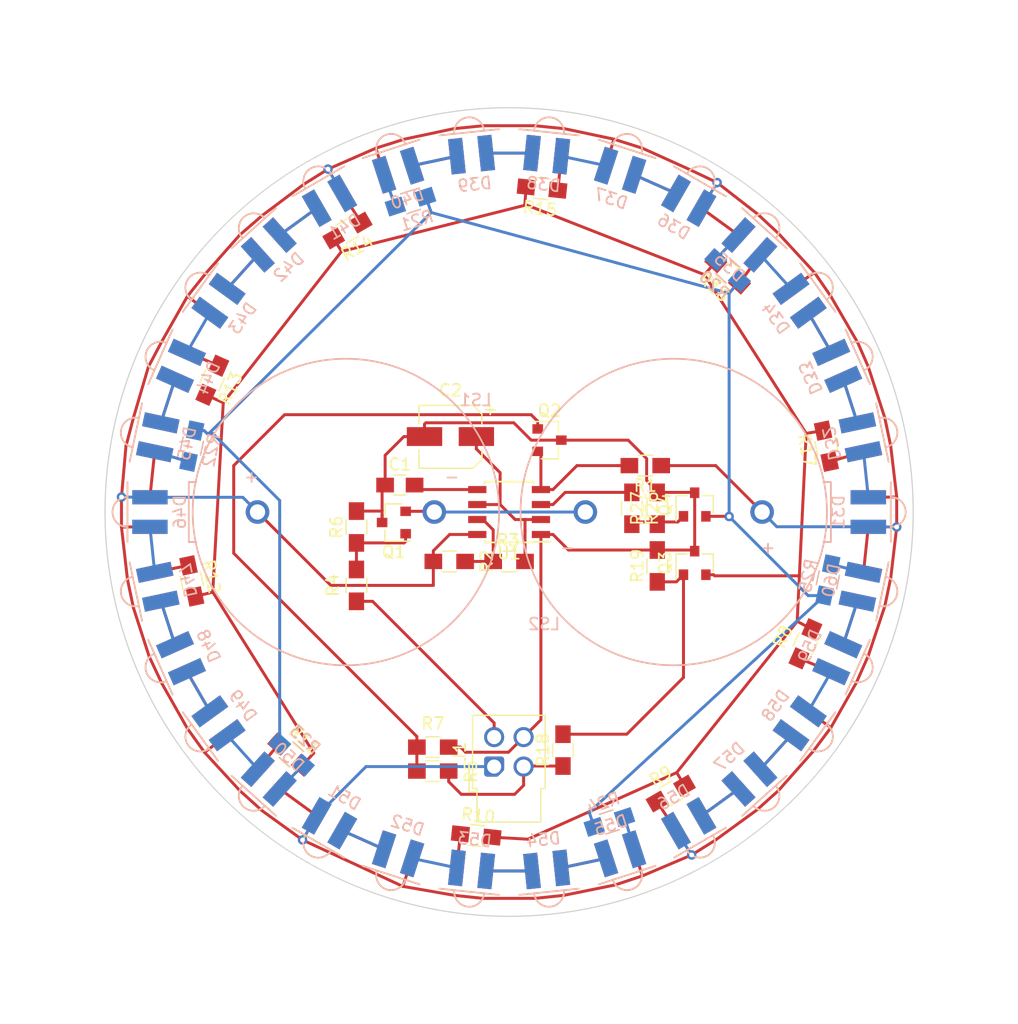
<source format=kicad_pcb>
(kicad_pcb (version 20240108) (generator "pcbnew") (generator_version "8.0")
  (layers (0 "F.Cu" signal) (31 "B.Cu" signal) (34 "B.Paste" user) (35 "F.Paste" user) (36 "B.SilkS" user "B.Silkscreen") (37 "F.SilkS" user "F.Silkscreen") (38 "B.Mask" user) (39 "F.Mask" user) (44 "Edge.Cuts" user))
  (net 0 "")
  (net 1 "Net-(D1-Pad1)")
  (net 2 "Net-(D2-Pad1)")
  (net 3 "Net-(D3-Pad1)")
  (net 4 "Net-(D4-Pad1)")
  (net 5 "Net-(D5-Pad1)")
  (net 6 "Net-(D6-Pad1)")
  (net 7 "Net-(D7-Pad1)")
  (net 8 "Net-(D8-Pad1)")
  (net 9 "Net-(D10-Pad1)")
  (net 10 "Net-(D11-Pad1)")
  (net 11 "Net-(D12-Pad1)")
  (net 12 "Net-(D13-Pad1)")
  (net 13 "Net-(D14-Pad1)")
  (net 14 "Net-(D15-Pad1)")
  (net 15 "Net-(D16-Pad1)")
  (net 16 "Net-(D17-Pad1)")
  (net 17 "Net-(D18-Pad1)")
  (net 18 "Net-(D19-Pad1)")
  (net 19 "Net-(D20-Pad1)")
  (net 20 "Net-(D21-Pad1)")
  (net 21 "Net-(D22-Pad1)")
  (net 22 "Net-(D23-Pad1)")
  (net 23 "Net-(D24-Pad1)")
  (net 24 "Net-(D25-Pad1)")
  (net 25 "Net-(D26-Pad1)")
  (net 26 "Net-(D27-Pad1)")
  (net 27 "Net-(D28-Pad1)")
  (net 28 "Net-(D29-Pad1)")
  (net 29 "Net-(D30-Pad1)")
  (net 30 "GND")
  (net 31 "Net-(C1-Pad2)")
  (net 32 "Net-(C2-Pad1)")
  (net 33 "+12V")
  (net 34 "Net-(D9-Pad1)")
  (net 35 "SIG_TSAL")
  (net 36 "SIG_RTDS")
  (net 37 "Net-(LS1-Pad2)")
  (net 38 "Net-(Q1-Pad1)")
  (net 39 "Net-(Q2-Pad2)")
  (net 40 "Net-(Q2-Pad1)")
  (net 41 "Net-(Q3-Pad2)")
  (net 42 "Net-(Q4-Pad2)")
  (net 43 "Net-(R2-Pad2)")
  (net 44 "Net-(D35-Pad1)")
  (net 45 "Net-(D40-Pad1)")
  (net 46 "Net-(D45-Pad1)")
  (net 47 "Net-(D50-Pad1)")
  (net 48 "Net-(D55-Pad1)")
  (net 49 "Net-(D60-Pad1)")
  (net 50 "Net-(D31-Pad1)")
  (net 51 "Net-(D32-Pad1)")
  (net 52 "Net-(D33-Pad1)")
  (net 53 "Net-(D34-Pad1)")
  (net 54 "Net-(D36-Pad1)")
  (net 55 "Net-(D37-Pad1)")
  (net 56 "Net-(D38-Pad1)")
  (net 57 "Net-(D39-Pad1)")
  (net 58 "Net-(D41-Pad1)")
  (net 59 "Net-(D42-Pad1)")
  (net 60 "Net-(D43-Pad1)")
  (net 61 "Net-(D44-Pad1)")
  (net 62 "Net-(D46-Pad1)")
  (net 63 "Net-(D47-Pad1)")
  (net 64 "Net-(D48-Pad1)")
  (net 65 "Net-(D49-Pad1)")
  (net 66 "Net-(D51-Pad1)")
  (net 67 "Net-(D52-Pad1)")
  (net 68 "Net-(D53-Pad1)")
  (net 69 "Net-(D54-Pad1)")
  (net 70 "Net-(D56-Pad1)")
  (net 71 "Net-(D57-Pad1)")
  (net 72 "Net-(D58-Pad1)")
  (net 73 "Net-(D59-Pad1)")
  (net 74 "Net-(Q3-Pad1)")
  (net 75 "Net-(Q4-Pad1)")
  (net 76 "555")
  (footprint "TO_SOT_Packages_SMD:SOT-23" (layer "F.Cu") (at 168.148 105.918 90)
    (property "Reference" "Q3")
    (property "Value" "TSM320N03CX")
  )
  (footprint "TO_SOT_Packages_SMD:SOT-23" (layer "F.Cu") (at 168.148 100.965 90)
    (property "Reference" "Q4")
    (property "Value" "TSM320N03CX")
  )
  (footprint "Resistors_SMD:R_0805_HandSoldering" (layer "F.Cu") (at 127.212906 90.424 -114)
    (property "Reference" "R13")
    (property "Value" "120")
  )
  (footprint "Resistors_SMD:R_0805_HandSoldering" (layer "F.Cu") (at 166.116 125.476 30)
    (property "Reference" "R9")
    (property "Value" "120")
  )
  (footprint "Resistors_SMD:R_0805_HandSoldering" (layer "F.Cu") (at 133.858 122.174 -42)
    (property "Reference" "R11")
    (property "Value" "120")
  )
  (footprint "Resistors_SMD:R_0805_HandSoldering" (layer "F.Cu") (at 125.476 107.442 -78)
    (property "Reference" "R12")
    (property "Value" "120")
  )
  (footprint "Resistors_SMD:R_0805_HandSoldering" (layer "F.Cu") (at 149.606 129.032 -6)
    (property "Reference" "R10")
    (property "Value" "120")
  )
  (footprint "TO_SOT_Packages_SMD:SOT-23" (layer "F.Cu") (at 142.621 102.489 180)
    (property "Reference" "Q1")
    (property "Value" "TSM320N03CX")
  )
  (footprint "Resistors_SMD:R_0805_HandSoldering" (layer "F.Cu") (at 138.684 77.724 -150)
    (property "Reference" "R14")
    (property "Value" "120")
  )
  (footprint "Housings_SOIC:SOIC-8_3.9x4.9mm_Pitch1.27mm" (layer "F.Cu") (at 152.4 101.6 180)
    (property "Reference" "U1")
    (property "Value" "SE555")
  )
  (footprint "Mounting_Holes:MountingHole_3.2mm_M3" (layer "F.Cu") (at 161.29 115.57)
    (property "Reference" "H4" (hide yes))
    (property "Value" "MtngHole")
  )
  (footprint "Mounting_Holes:MountingHole_3.2mm_M3" (layer "F.Cu") (at 143.51 115.57)
    (property "Reference" "H2" (hide yes))
    (property "Value" "MtngHole")
  )
  (footprint "Mounting_Holes:MountingHole_3.2mm_M3" (layer "F.Cu") (at 143.51 87.63)
    (property "Reference" "H1" (hide yes))
    (property "Value" "MtngHole")
  )
  (footprint "Mounting_Holes:MountingHole_3.2mm_M3" (layer "F.Cu") (at 161.29 87.63)
    (property "Reference" "H3" (hide yes))
    (property "Value" "MtngHole")
  )
  (footprint "Resistors_SMD:R_0805_HandSoldering" (layer "F.Cu") (at 177.546 112.776 66)
    (property "Reference" "R8")
    (property "Value" "120")
  )
  (footprint "Resistors_SMD:R_0805_HandSoldering" (layer "F.Cu") (at 145.923 121.539)
    (property "Reference" "R7")
    (property "Value" "100k")
  )
  (footprint "Resistors_SMD:R_0805_HandSoldering" (layer "F.Cu") (at 139.446 102.87 90)
    (property "Reference" "R6")
    (property "Value" "100k")
  )
  (footprint "Resistors_SMD:R_0805_HandSoldering" (layer "F.Cu") (at 145.923 123.571 180)
    (property "Reference" "R5")
    (property "Value" "1k")
  )
  (footprint "Resistors_SMD:R_0805_HandSoldering" (layer "F.Cu") (at 139.446 107.823 90)
    (property "Reference" "R4")
    (property "Value" "1k")
  )
  (footprint "Resistors_SMD:R_0805_HandSoldering" (layer "F.Cu") (at 152.4 105.791)
    (property "Reference" "R3")
    (property "Value" "5k")
  )
  (footprint "FSFootprints:LED_SMD-2" (layer "F.Cu") (at 177.059 119.516 -36)
    (property "Reference" "D4" (hide yes))
    (property "Value" "LT A6SG-V2AB-35-Z")
  )
  (footprint "FSFootprints:LED_SMD-2" (layer "F.Cu") (at 167.64 127.996 -60)
    (property "Reference" "D6" (hide yes))
    (property "Value" "LT A6SG-V2AB-35-Z")
  )
  (footprint "Resistors_SMD:R_0805_HandSoldering" (layer "F.Cu") (at 147.32 105.791)
    (property "Reference" "R2")
    (property "Value" "1k")
  )
  (footprint "FSFootprints:LED_SMD-2" (layer "F.Cu") (at 172.795 124.251 -48)
    (property "Reference" "D5" (hide yes))
    (property "Value" "LT A6SG-V2AB-35-Z")
  )
  (footprint "FSFootprints:LED_SMD-2" (layer "F.Cu") (at 182.88 101.6)
    (property "Reference" "D1" (hide yes))
    (property "Value" "LT A6SG-V2AB-35-Z")
  )
  (footprint "FSFootprints:LED_SMD-2" (layer "F.Cu") (at 161.819 130.588 -72)
    (property "Reference" "D7" (hide yes))
    (property "Value" "LT A6SG-V2AB-35-Z")
  )
  (footprint "FSFootprints:LED_SMD-2" (layer "F.Cu") (at 182.214 107.937 -12)
    (property "Reference" "D2" (hide yes))
    (property "Value" "LT A6SG-V2AB-35-Z")
  )
  (footprint "Resistors_SMD:R_0805_HandSoldering" (layer "F.Cu") (at 163.957 97.663 180)
    (property "Reference" "R1")
    (property "Value" "10k")
  )
  (footprint "FSFootprints:LED_SMD-2" (layer "F.Cu") (at 180.245 113.997 -24)
    (property "Reference" "D3" (hide yes))
    (property "Value" "LT A6SG-V2AB-35-Z")
  )
  (footprint "Resistors_SMD:R_0805_HandSoldering" (layer "F.Cu") (at 179.324 96.012 102)
    (property "Reference" "R17")
    (property "Value" "120")
  )
  (footprint "Resistors_SMD:R_0805_HandSoldering" (layer "F.Cu") (at 155.194 74.168 174)
    (property "Reference" "R15")
    (property "Value" "120")
  )
  (footprint "Resistors_SMD:R_0805_HandSoldering" (layer "F.Cu") (at 170.942 81.28 138)
    (property "Reference" "R16")
    (property "Value" "120")
  )
  (footprint "FSFootprints:LED_SMD-2" (layer "F.Cu") (at 172.795 78.9489 48)
    (property "Reference" "D27" (hide yes))
    (property "Value" "LT A6SG-V2AB-35-Z")
  )
  (footprint "FSFootprints:LED_SMD-2" (layer "F.Cu") (at 167.64 75.2035 60)
    (property "Reference" "D26" (hide yes))
    (property "Value" "LT A6SG-V2AB-35-Z")
  )
  (footprint "FSFootprints:LED_SMD-2" (layer "F.Cu") (at 180.245 89.2027 24)
    (property "Reference" "D29" (hide yes))
    (property "Value" "LT A6SG-V2AB-35-Z")
  )
  (footprint "FSFootprints:LED_SMD-2" (layer "F.Cu") (at 182.214 95.2629 12)
    (property "Reference" "D30" (hide yes))
    (property "Value" "LT A6SG-V2AB-35-Z")
  )
  (footprint "FSFootprints:LED_SMD-2" (layer "F.Cu") (at 177.059 83.6843 36)
    (property "Reference" "D28" (hide yes))
    (property "Value" "LT A6SG-V2AB-35-Z")
  )
  (footprint "FSFootprints:LED_SMD-2" (layer "F.Cu") (at 142.981 72.6118 108)
    (property "Reference" "D22" (hide yes))
    (property "Value" "LT A6SG-V2AB-35-Z")
  )
  (footprint "Capacitors_SMD:C_0805_HandSoldering" (layer "F.Cu") (at 143.129 99.314)
    (property "Reference" "C1")
    (property "Value" "10uF")
  )
  (footprint "FSFootprints:LED_SMD-2" (layer "F.Cu") (at 142.981 130.588 -108)
    (property "Reference" "D10" (hide yes))
    (property "Value" "LT A6SG-V2AB-35-Z")
  )
  (footprint "Capacitors_SMD:CP_Elec_5x5.3" (layer "F.Cu") (at 147.4216 95.1992 180)
    (property "Reference" "C2")
    (property "Value" "30uF")
  )
  (footprint "FSFootprints:LED_SMD-2" (layer "F.Cu") (at 149.214 131.913 -96)
    (property "Reference" "D9" (hide yes))
    (property "Value" "LT A6SG-V2AB-35-Z")
  )
  (footprint "FSFootprints:LED_SMD-2" (layer "F.Cu") (at 149.214 71.287 96)
    (property "Reference" "D23" (hide yes))
    (property "Value" "LT A6SG-V2AB-35-Z")
  )
  (footprint "FSFootprints:LED_SMD-2" (layer "F.Cu") (at 122.586 95.2629 168)
    (property "Reference" "D17" (hide yes))
    (property "Value" "LT A6SG-V2AB-35-Z")
  )
  (footprint "FSFootprints:LED_SMD-2" (layer "F.Cu") (at 124.555 89.2027 156)
    (property "Reference" "D18" (hide yes))
    (property "Value" "LT A6SG-V2AB-35-Z")
  )
  (footprint "Resistors_SMD:R_0805_HandSoldering" (layer "F.Cu") (at 164.973 106.172 90)
    (property "Reference" "R19")
    (property "Value" "100k")
  )
  (footprint "Resistors_SMD:R_0805_HandSoldering" (layer "F.Cu") (at 162.814 101.2825 -90)
    (property "Reference" "R26")
    (property "Value" "1k")
  )
  (footprint "FSFootprints:LED_SMD-2" (layer "F.Cu") (at 155.586 71.287 84)
    (property "Reference" "D24" (hide yes))
    (property "Value" "LT A6SG-V2AB-35-Z")
  )
  (footprint "Resistors_SMD:R_0805_HandSoldering" (layer "F.Cu") (at 164.973 101.2825 90)
    (property "Reference" "R27")
    (property "Value" "100k")
  )
  (footprint "FSFootprints:LED_SMD-2" (layer "F.Cu") (at 137.16 75.2035 120)
    (property "Reference" "D21" (hide yes))
    (property "Value" "LT A6SG-V2AB-35-Z")
  )
  (footprint "FSFootprints:LED_SMD-2" (layer "F.Cu") (at 137.16 127.996 -120)
    (property "Reference" "D11" (hide yes))
    (property "Value" "LT A6SG-V2AB-35-Z")
  )
  (footprint "FSFootprints:LED_SMD-2" (layer "F.Cu") (at 121.92 101.6 180)
    (property "Reference" "D16" (hide yes))
    (property "Value" "LT A6SG-V2AB-35-Z")
  )
  (footprint "FSFootprints:LED_SMD-2" (layer "F.Cu") (at 127.741 83.6843 144)
    (property "Reference" "D19" (hide yes))
    (property "Value" "LT A6SG-V2AB-35-Z")
  )
  (footprint "FSFootprints:LED_SMD-2" (layer "F.Cu") (at 132.005 78.9489 132)
    (property "Reference" "D20" (hide yes))
    (property "Value" "LT A6SG-V2AB-35-Z")
  )
  (footprint "FSFootprints:LED_SMD-2" (layer "F.Cu") (at 155.586 131.913 -84)
    (property "Reference" "D8" (hide yes))
    (property "Value" "LT A6SG-V2AB-35-Z")
  )
  (footprint "FSFootprints:LED_SMD-2" (layer "F.Cu") (at 132.005 124.251 -132)
    (property "Reference" "D12" (hide yes))
    (property "Value" "LT A6SG-V2AB-35-Z")
  )
  (footprint "FSFootprints:LED_SMD-2" (layer "F.Cu") (at 127.741 119.516 -144)
    (property "Reference" "D13" (hide yes))
    (property "Value" "LT A6SG-V2AB-35-Z")
  )
  (footprint "FSFootprints:LED_SMD-2" (layer "F.Cu") (at 124.555 113.997 -156)
    (property "Reference" "D14" (hide yes))
    (property "Value" "LT A6SG-V2AB-35-Z")
  )
  (footprint "FSFootprints:LED_SMD-2" (layer "F.Cu") (at 122.586 107.937 -168)
    (property "Reference" "D15" (hide yes))
    (property "Value" "LT A6SG-V2AB-35-Z")
  )
  (footprint "FSFootprints:LED_SMD-2" (layer "F.Cu") (at 161.819 72.6118 72)
    (property "Reference" "D25" (hide yes))
    (property "Value" "LT A6SG-V2AB-35-Z")
  )
  (footprint "TO_SOT_Packages_SMD:SOT-23" (layer "F.Cu") (at 155.829 95.504)
    (property "Reference" "Q2")
    (property "Value" "TSM320N03CX")
  )
  (footprint "Connector_Molex:Molex_Nano-Fit_105310-xx04_2x02_P2.50mm_Vertical" (layer "F.Cu") (at 151.13 123.19 90)
    (property "Reference" "J1")
    (property "Value" "Main Connector")
  )
  (footprint "Resistors_SMD:R_0805_HandSoldering" (layer "F.Cu") (at 156.972 121.793 90)
    (property "Reference" "R18")
    (property "Value" "1k")
  )
  (footprint "FSFootprints:LED_SMD-2" (layer "B.Cu") (at 122.586 95.2629 168)
    (property "Reference" "D45")
    (property "Value" "LR A67F-U2AB-1-1-30-R33-Z")
  )
  (footprint "FSFootprints:LED_SMD-2" (layer "B.Cu") (at 124.555 89.2027 156)
    (property "Reference" "D44")
    (property "Value" "LR A67F-U2AB-1-1-30-R33-Z")
  )
  (footprint "FSFootprints:LED_SMD-2" (layer "B.Cu") (at 137.16 75.2035 120)
    (property "Reference" "D41")
    (property "Value" "LR A67F-U2AB-1-1-30-R33-Z")
  )
  (footprint "FSFootprints:LED_SMD-2" (layer "B.Cu") (at 127.741 83.6843 144)
    (property "Reference" "D43")
    (property "Value" "LR A67F-U2AB-1-1-30-R33-Z")
  )
  (footprint "FSFootprints:LED_SMD-2" (layer "B.Cu") (at 161.819 72.6118 72)
    (property "Reference" "D37")
    (property "Value" "LR A67F-U2AB-1-1-30-R33-Z")
  )
  (footprint "FSFootprints:LED_SMD-2" (layer "B.Cu") (at 172.795 78.9489 48)
    (property "Reference" "D35")
    (property "Value" "LR A67F-U2AB-1-1-30-R33-Z")
  )
  (footprint "FSFootprints:LED_SMD-2" (layer "B.Cu") (at 142.981 72.6118 108)
    (property "Reference" "D40")
    (property "Value" "LR A67F-U2AB-1-1-30-R33-Z")
  )
  (footprint "FSFootprints:LED_SMD-2" (layer "B.Cu") (at 167.64 75.2035 60)
    (property "Reference" "D36")
    (property "Value" "LR A67F-U2AB-1-1-30-R33-Z")
  )
  (footprint "FSFootprints:LED_SMD-2" (layer "B.Cu") (at 132.005 78.9489 132)
    (property "Reference" "D42")
    (property "Value" "LR A67F-U2AB-1-1-30-R33-Z")
  )
  (footprint "FSFootprints:LED_SMD-2" (layer "B.Cu") (at 182.214 95.2629 12)
    (property "Reference" "D32")
    (property "Value" "LR A67F-U2AB-1-1-30-R33-Z")
  )
  (footprint "FSFootprints:LED_SMD-2" (layer "B.Cu") (at 180.245 89.2027 24)
    (property "Reference" "D33")
    (property "Value" "LR A67F-U2AB-1-1-30-R33-Z")
  )
  (footprint "FSFootprints:LED_SMD-2" (layer "B.Cu") (at 149.214 71.287 96)
    (property "Reference" "D39")
    (property "Value" "LR A67F-U2AB-1-1-30-R33-Z")
  )
  (footprint "FSFootprints:LED_SMD-2" (layer "B.Cu") (at 155.586 71.287 84)
    (property "Reference" "D38")
    (property "Value" "LR A67F-U2AB-1-1-30-R33-Z")
  )
  (footprint "FSFootprints:LED_SMD-2" (layer "B.Cu") (at 177.059 83.6843 36)
    (property "Reference" "D34")
    (property "Value" "LR A67F-U2AB-1-1-30-R33-Z")
  )
  (footprint "FSFootprints:LED_SMD-2" (layer "B.Cu") (at 182.88 101.6)
    (property "Reference" "D31")
    (property "Value" "LR A67F-U2AB-1-1-30-R33-Z")
  )
  (footprint "FSFootprints:LED_SMD-2" (layer "B.Cu") (at 124.555 113.997 -156)
    (property "Reference" "D48")
    (property "Value" "LR A67F-U2AB-1-1-30-R33-Z")
  )
  (footprint "FSFootprints:LED_SMD-2" (layer "B.Cu") (at 122.586 107.937 -168)
    (property "Reference" "D47")
    (property "Value" "LR A67F-U2AB-1-1-30-R33-Z")
  )
  (footprint "FSFootprints:LED_SMD-2" (layer "B.Cu") (at 121.92 101.6 180)
    (property "Reference" "D46")
    (property "Value" "LR A67F-U2AB-1-1-30-R33-Z")
  )
  (footprint "FSFootprints:RTDS_H" (layer "B.Cu") (at 138.55 101.6 180)
    (property "Reference" "LS1")
    (property "Value" "Speaker")
  )
  (footprint "FSFootprints:LED_SMD-2" (layer "B.Cu") (at 182.214 107.937 -12)
    (property "Reference" "D60")
    (property "Value" "LR A67F-U2AB-1-1-30-R33-Z")
  )
  (footprint "FSFootprints:LED_SMD-2" (layer "B.Cu") (at 180.245 113.997 -24)
    (property "Reference" "D59")
    (property "Value" "LR A67F-U2AB-1-1-30-R33-Z")
  )
  (footprint "FSFootprints:LED_SMD-2" (layer "B.Cu") (at 177.059 119.516 -36)
    (property "Reference" "D58")
    (property "Value" "LR A67F-U2AB-1-1-30-R33-Z")
  )
  (footprint "FSFootprints:LED_SMD-2" (layer "B.Cu") (at 161.819 130.588 -72)
    (property "Reference" "D55")
    (property "Value" "LR A67F-U2AB-1-1-30-R33-Z")
  )
  (footprint "FSFootprints:LED_SMD-2" (layer "B.Cu") (at 155.586 131.913 -84)
    (property "Reference" "D54")
    (property "Value" "LR A67F-U2AB-1-1-30-R33-Z")
  )
  (footprint "FSFootprints:LED_SMD-2" (layer "B.Cu") (at 127.741 119.516 -144)
    (property "Reference" "D49")
    (property "Value" "LR A67F-U2AB-1-1-30-R33-Z")
  )
  (footprint "Resistors_SMD:R_0805_HandSoldering" (layer "B.Cu") (at 144.031926 75.274827 18)
    (property "Reference" "R21")
    (property "Value" "68")
  )
  (footprint "Resistors_SMD:R_0805_HandSoldering" (layer "B.Cu") (at 133.934254 122.159674 138)
    (property "Reference" "R23")
    (property "Value" "68")
  )
  (footprint "FSFootprints:LED_SMD-2" (layer "B.Cu") (at 172.795 124.251 -48)
    (property "Reference" "D57")
    (property "Value" "LR A67F-U2AB-1-1-30-R33-Z")
  )
  (footprint "FSFootprints:LED_SMD-2" (layer "B.Cu") (at 142.981 130.588 -108)
    (property "Reference" "D52")
    (property "Value" "LR A67F-U2AB-1-1-30-R33-Z")
  )
  (footprint "FSFootprints:LED_SMD-2" (layer "B.Cu") (at 137.16 127.996 -120)
    (property "Reference" "D51")
    (property "Value" "LR A67F-U2AB-1-1-30-R33-Z")
  )
  (footprint "FSFootprints:LED_SMD-2" (layer "B.Cu") (at 132.005 124.251 -132)
    (property "Reference" "D50")
    (property "Value" "LR A67F-U2AB-1-1-30-R33-Z")
  )
  (footprint "Resistors_SMD:R_0805_HandSoldering" (layer "B.Cu") (at 179.451 107.365499 -102)
    (property "Reference" "R25")
    (property "Value" "68")
  )
  (footprint "Resistors_SMD:R_0805_HandSoldering" (layer "B.Cu") (at 125.476 96.012 78)
    (property "Reference" "R22")
    (property "Value" "68")
  )
  (footprint "Resistors_SMD:R_0805_HandSoldering" (layer "B.Cu") (at 160.909 127.889 -162)
    (property "Reference" "R24")
    (property "Value" "68")
  )
  (footprint "Resistors_SMD:R_0805_HandSoldering" (layer "B.Cu") (at 170.942 81.0895 -42)
    (property "Reference" "R20")
    (property "Value" "68")
  )
  (footprint "FSFootprints:LED_SMD-2" (layer "B.Cu") (at 167.64 127.996 -60)
    (property "Reference" "D56")
    (property "Value" "LR A67F-U2AB-1-1-30-R33-Z")
  )
  (footprint "FSFootprints:LED_SMD-2" (layer "B.Cu") (at 149.214 131.913 -96)
    (property "Reference" "D53")
    (property "Value" "LR A67F-U2AB-1-1-30-R33-Z")
  )
  (footprint "FSFootprints:RTDS_H" (layer "B.Cu") (at 166.37 101.6)
    (property "Reference" "LS2")
    (property "Value" "Speaker")
  )
  (gr_circle (center 152.4 101.6) (end 118.11 101.6) (stroke (width 0.1)) (fill none) (layer "Edge.Cuts"))
  (segment (start 182.47389 106.714315) (end 182.88 102.85) (width 0.25) (layer "F.Cu") (net 1))
  (segment (start 180.753421 112.855068) (end 181.95411 109.159685) (width 0.25) (layer "F.Cu") (net 2))
  (segment (start 176.996906 114.009286) (end 179.736579 115.138932) (width 0.25) (layer "F.Cu") (net 3))
  (segment (start 173.723931 123.414587) (end 176.324268 120.527271) (width 0.25) (layer "F.Cu") (net 4))
  (segment (start 168.722532 127.371) (end 171.866069 125.087413) (width 0.25) (layer "F.Cu") (net 5))
  (segment (start 164.946866 126.151) (end 166.557468 128.621) (width 0.25) (layer "F.Cu") (net 6))
  (segment (start 160.630179 130.974271) (end 156.829152 131.782339) (width 0.25) (layer "F.Cu") (net 7))
  (segment (start 150.457152 132.043661) (end 154.342848 132.043661) (width 0.25) (layer "F.Cu") (net 8))
  (segment (start 138.242532 128.621) (end 141.792179 130.201729) (width 0.25) (layer "F.Cu") (net 9))
  (segment (start 132.933931 125.087413) (end 136.077468 127.371) (width 0.25) (layer "F.Cu") (net 10))
  (segment (start 132.854754 121.270674) (end 131.076069 123.414587) (width 0.25) (layer "F.Cu") (net 11))
  (segment (start 125.063421 115.138932) (end 127.006268 118.504729) (width 0.25) (layer "F.Cu") (net 12))
  (segment (start 122.84589 109.159685) (end 124.046579 112.855068) (width 0.25) (layer "F.Cu") (net 13))
  (segment (start 125.195319 106.121501) (end 122.32611 106.714315) (width 0.25) (layer "F.Cu") (net 14))
  (segment (start 122.32611 96.485585) (end 121.92 100.35) (width 0.25) (layer "F.Cu") (net 15))
  (segment (start 124.046579 90.344632) (end 122.84589 94.040215) (width 0.25) (layer "F.Cu") (net 16))
  (segment (start 125.063421 88.060768) (end 127.762 89.190714) (width 0.25) (layer "F.Cu") (net 17))
  (segment (start 131.076069 79.785313) (end 128.475732 82.673029) (width 0.25) (layer "F.Cu") (net 18))
  (segment (start 136.077468 75.8285) (end 132.933931 78.112487) (width 0.25) (layer "F.Cu") (net 19))
  (segment (start 138.242532 74.5785) (end 139.853134 77.049) (width 0.25) (layer "F.Cu") (net 20))
  (segment (start 147.970848 71.417661) (end 144.169821 72.225529) (width 0.25) (layer "F.Cu") (net 21))
  (segment (start 150.457152 71.156339) (end 154.342848 71.156339) (width 0.25) (layer "F.Cu") (net 22))
  (segment (start 156.536605 74.309113) (end 156.829152 71.417661) (width 0.25) (layer "F.Cu") (net 23))
  (segment (start 166.557468 74.5785) (end 163.007821 72.998071) (width 0.25) (layer "F.Cu") (net 24))
  (segment (start 171.866069 78.112487) (end 168.722532 75.8285) (width 0.25) (layer "F.Cu") (net 25))
  (segment (start 171.945246 82.183326) (end 173.723931 79.785313) (width 0.25) (layer "F.Cu") (net 26))
  (segment (start 177.793732 84.695571) (end 179.736579 88.060768) (width 0.25) (layer "F.Cu") (net 27))
  (segment (start 181.95411 94.040215) (end 180.753421 90.344632) (width 0.25) (layer "F.Cu") (net 28))
  (segment (start 179.604681 97.332499) (end 182.47389 96.485585) (width 0.25) (layer "F.Cu") (net 29))
  (segment (start 141.621 101.839) (end 141.621 102.489) (width 0.25) (layer "F.Cu") (net 30))
  (segment (start 148.273 121.539) (end 147.273 121.539) (width 0.25) (layer "F.Cu") (net 30))
  (segment (start 141.621 99.572) (end 141.879 99.314) (width 0.25) (layer "F.Cu") (net 30))
  (segment (start 139.446001 101.52) (end 141.574 101.52) (width 0.25) (layer "F.Cu") (net 30))
  (segment (start 145.2216 95.1992) (end 143.4716 95.1992) (width 0.25) (layer "F.Cu") (net 30))
  (segment (start 156.125 103.505) (end 157.442 104.822) (width 0.25) (layer "F.Cu") (net 30))
  (segment (start 155.1 119.22) (end 155.1 103.505) (width 0.25) (layer "F.Cu") (net 30))
  (segment (start 141.574 101.52) (end 141.621 101.473) (width 0.25) (layer "F.Cu") (net 30))
  (segment (start 145.2216 95.1992) (end 145.2216 94.1492) (width 0.25) (layer "F.Cu") (net 30))
  (segment (start 168.148 99.965) (end 168.148 104.918) (width 0.25) (layer "F.Cu") (net 30))
  (segment (start 168.052 104.822) (end 168.148 104.918) (width 0.25) (layer "F.Cu") (net 30))
  (segment (start 153.63 120.69) (end 152.34501 121.97499) (width 0.25) (layer "F.Cu") (net 30))
  (segment (start 141.621 101.473) (end 141.621 99.572) (width 0.25) (layer "F.Cu") (net 30))
  (segment (start 156.829 95.504) (end 162.505002 95.504) (width 0.25) (layer "F.Cu") (net 30))
  (segment (start 148.70899 121.97499) (end 148.273 121.539) (width 0.25) (layer "F.Cu") (net 30))
  (segment (start 168.1155 99.9325) (end 168.148 99.965) (width 0.25) (layer "F.Cu") (net 30))
  (segment (start 145.2216 94.1492) (end 145.336601 94.034199) (width 0.25) (layer "F.Cu") (net 30))
  (segment (start 164.973 99.8325) (end 164.973 99.9325) (width 0.25) (layer "F.Cu") (net 30))
  (segment (start 164.973 99.9325) (end 168.1155 99.9325) (width 0.25) (layer "F.Cu") (net 30))
  (segment (start 164.973 104.822) (end 168.052 104.822) (width 0.25) (layer "F.Cu") (net 30))
  (segment (start 156.129 95.504) (end 156.829 95.504) (width 0.25) (layer "F.Cu") (net 30))
  (segment (start 157.442 104.822) (end 164.073 104.822) (width 0.25) (layer "F.Cu") (net 30))
  (segment (start 154.271998 95.504) (end 156.129 95.504) (width 0.25) (layer "F.Cu") (net 30))
  (segment (start 153.924 120.396) (end 153.63 120.69) (width 0.25) (layer "F.Cu") (net 30))
  (segment (start 152.34501 121.97499) (end 148.70899 121.97499) (width 0.25) (layer "F.Cu") (net 30))
  (segment (start 145.336601 94.034199) (end 152.802197 94.034199) (width 0.25) (layer "F.Cu") (net 30))
  (segment (start 162.505002 95.504) (end 164.073 97.071998) (width 0.25) (layer "F.Cu") (net 30))
  (segment (start 155.1 103.505) (end 156.125 103.505) (width 0.25) (layer "F.Cu") (net 30))
  (segment (start 141.879 98.439) (end 141.879 99.314) (width 0.25) (layer "F.Cu") (net 30))
  (segment (start 153.63 120.69) (end 155.1 119.22) (width 0.25) (layer "F.Cu") (net 30))
  (segment (start 141.621 102.489) (end 141.621 101.473) (width 0.25) (layer "F.Cu") (net 30))
  (segment (start 141.879 96.7918) (end 141.879 98.439) (width 0.25) (layer "F.Cu") (net 30))
  (segment (start 152.802197 94.034199) (end 154.271998 95.504) (width 0.25) (layer "F.Cu") (net 30))
  (segment (start 164.073 104.822) (end 164.973 104.822) (width 0.25) (layer "F.Cu") (net 30))
  (segment (start 164.073 98.9325) (end 164.973 99.8325) (width 0.25) (layer "F.Cu") (net 30))
  (segment (start 143.4716 95.1992) (end 141.879 96.7918) (width 0.25) (layer "F.Cu") (net 30))
  (segment (start 164.073 97.071998) (end 164.073 98.9325) (width 0.25) (layer "F.Cu") (net 30))
  (segment (start 149.7 99.695) (end 144.76 99.695) (width 0.25) (layer "F.Cu") (net 31))
  (segment (start 144.76 99.695) (end 144.379 99.314) (width 0.25) (layer "F.Cu") (net 31))
  (segment (start 151.638 100.965) (end 149.7 100.965) (width 0.25) (layer "F.Cu") (net 32))
  (segment (start 151.638 100.965) (end 151.638 98.2656) (width 0.25) (layer "F.Cu") (net 32))
  (segment (start 154.625 102.235) (end 155.1 102.235) (width 0.25) (layer "F.Cu") (net 32))
  (segment (start 153.75 105.791001) (end 153.75 103.251) (width 0.25) (layer "F.Cu") (net 32))
  (segment (start 152.908 102.235) (end 151.638 100.965) (width 0.25) (layer "F.Cu") (net 32))
  (segment (start 153.75 103.251) (end 153.75 103.11) (width 0.25) (layer "F.Cu") (net 32))
  (segment (start 155.1 102.235) (end 153.7716 102.235) (width 0.25) (layer "F.Cu") (net 32))
  (segment (start 153.7716 102.235) (end 152.908 102.235) (width 0.25) (layer "F.Cu") (net 32))
  (segment (start 149.6216 96.2492) (end 149.6216 95.1992) (width 0.25) (layer "F.Cu") (net 32))
  (segment (start 151.638 98.2656) (end 149.6216 96.2492) (width 0.25) (layer "F.Cu") (net 32))
  (segment (start 153.75 103.251) (end 153.75 102.2566) (width 0.25) (layer "F.Cu") (net 32))
  (segment (start 153.75 102.2566) (end 153.7716 102.235) (width 0.25) (layer "F.Cu") (net 32))
  (segment (start 177.793732 118.504729) (end 179.705 119.888) (width 0.25) (layer "F.Cu") (net 33))
  (segment (start 128.475732 120.527271) (end 126.5555 121.9835) (width 0.25) (layer "F.Cu") (net 33))
  (segment (start 141.792179 72.998071) (end 141.097 70.739) (width 0.25) (layer "F.Cu") (net 33))
  (segment (start 184.277 93.599) (end 184.785 96.012) (width 0.25) (layer "F.Cu") (net 33))
  (segment (start 167.894 130.683) (end 163.703 132.461) (width 0.25) (layer "F.Cu") (net 33))
  (segment (start 137.273 107.823) (end 131.05 101.6) (width 0.25) (layer "F.Cu") (net 33))
  (segment (start 149.7 103.505) (end 147.356 103.505) (width 0.25) (layer "F.Cu") (net 33))
  (segment (start 167.64 72.517) (end 170.053 73.66) (width 0.25) (layer "F.Cu") (net 33))
  (segment (start 147.7645 134.112) (end 143.383 133.35) (width 0.25) (layer "F.Cu") (net 33))
  (segment (start 176.324268 82.673029) (end 178.308 81.28) (width 0.25) (layer "F.Cu") (net 33))
  (segment (start 120.523 93.599) (end 121.793 89.281) (width 0.25) (layer "F.Cu") (net 33))
  (segment (start 173.482 76.327) (end 175.26 77.978) (width 0.25) (layer "F.Cu") (net 33))
  (segment (start 145.97 104.891) (end 145.97 105.791) (width 0.25) (layer "F.Cu") (net 33))
  (segment (start 121.793 89.281) (end 122.936 87.122) (width 0.25) (layer "F.Cu") (net 33))
  (segment (start 182.88 89.281) (end 184.277 93.599) (width 0.25) (layer "F.Cu") (net 33))
  (segment (start 119.507 100.33) (end 119.888 96.012) (width 0.25) (layer "F.Cu") (net 33))
  (segment (start 157.0355 134.112) (end 154.6225 134.366) (width 0.25) (layer "F.Cu") (net 33))
  (segment (start 185.293 102.87) (end 184.785 107.188) (width 0.25) (layer "F.Cu") (net 33))
  (segment (start 178.181 121.92) (end 175.26 125.222) (width 0.25) (layer "F.Cu") (net 33))
  (segment (start 184.785 107.188) (end 184.277 109.601) (width 0.25) (layer "F.Cu") (net 33))
  (segment (start 121.8565 113.8555) (end 122.936 116.1415) (width 0.25) (layer "F.Cu") (net 33))
  (segment (start 181.991 87.249) (end 182.88 89.281) (width 0.25) (layer "F.Cu") (net 33))
  (segment (start 120.523 109.728) (end 121.8565 113.8555) (width 0.25) (layer "F.Cu") (net 33))
  (segment (start 122.936 87.122) (end 125.095 83.312) (width 0.25) (layer "F.Cu") (net 33))
  (segment (start 121.92 102.85) (end 119.507 102.87) (width 0.25) (layer "F.Cu") (net 33))
  (segment (start 127.006268 84.695571) (end 125.095 83.312) (width 0.25) (layer "F.Cu") (net 33))
  (segment (start 184.277 109.601) (end 182.88 113.792) (width 0.25) (layer "F.Cu") (net 33))
  (segment (start 163.703 132.461) (end 163.007821 130.201729) (width 0.25) (layer "F.Cu") (net 33))
  (segment (start 147.356 103.505) (end 145.97 104.891) (width 0.25) (layer "F.Cu") (net 33))
  (segment (start 181.864 116.078) (end 179.705 119.888) (width 0.25) (layer "F.Cu") (net 33))
  (segment (start 160.630179 72.225529) (end 161.29 69.977) (width 0.25) (layer "F.Cu") (net 33))
  (segment (start 125.095 83.312) (end 126.619 81.407) (width 0.25) (layer "F.Cu") (net 33))
  (segment (start 131.445 76.454) (end 135.001 73.787) (width 0.25) (layer "F.Cu") (net 33))
  (segment (start 154.559 68.834) (end 157.099 69.088) (width 0.25) (layer "F.Cu") (net 33))
  (segment (start 143.383 133.35) (end 134.874 129.413) (width 0.25) (layer "F.Cu") (net 33))
  (segment (start 119.507 102.87) (end 120.015 107.315) (width 0.25) (layer "F.Cu") (net 33))
  (segment (start 150.1775 134.366) (end 147.7645 134.112) (width 0.25) (layer "F.Cu") (net 33))
  (segment (start 169.926 129.413) (end 167.894 130.683) (width 0.25) (layer "F.Cu") (net 33))
  (segment (start 131.445 126.9365) (end 134.874 129.413) (width 0.25) (layer "F.Cu") (net 33))
  (segment (start 170.053 73.66) (end 173.482 76.327) (width 0.25) (layer "F.Cu") (net 33))
  (segment (start 119.888 96.012) (end 120.523 93.599) (width 0.25) (layer "F.Cu") (net 33))
  (segment (start 173.4185 126.873) (end 169.926 129.413) (width 0.25) (layer "F.Cu") (net 33))
  (segment (start 175.26 125.222) (end 173.4185 126.873) (width 0.25) (layer "F.Cu") (net 33))
  (segment (start 161.417 133.223) (end 157.0355 134.112) (width 0.25) (layer "F.Cu") (net 33))
  (segment (start 184.785 96.012) (end 185.293 100.33) (width 0.25) (layer "F.Cu") (net 33))
  (segment (start 129.54 78.105) (end 131.445 76.454) (width 0.25) (layer "F.Cu") (net 33))
  (segment (start 179.705 83.312) (end 181.991 87.249) (width 0.25) (layer "F.Cu") (net 33))
  (segment (start 120.015 107.315) (end 120.523 109.728) (width 0.25) (layer "F.Cu") (net 33))
  (segment (start 175.26 77.978) (end 178.308 81.28) (width 0.25) (layer "F.Cu") (net 33))
  (segment (start 144.169821 130.974271) (end 143.383 133.35) (width 0.25) (layer "F.Cu") (net 33))
  (segment (start 179.705 119.888) (end 178.181 121.92) (width 0.25) (layer "F.Cu") (net 33))
  (segment (start 150.241 68.834) (end 154.559 68.834) (width 0.25) (layer "F.Cu") (net 33))
  (segment (start 126.5555 121.9835) (end 129.54 125.222) (width 0.25) (layer "F.Cu") (net 33))
  (segment (start 157.099 69.088) (end 161.29 69.977) (width 0.25) (layer "F.Cu") (net 33))
  (segment (start 178.308 81.28) (end 179.705 83.312) (width 0.25) (layer "F.Cu") (net 33))
  (segment (start 144.169821 130.150179) (end 144.169821 130.974271) (width 0.25) (layer "F.Cu") (net 33))
  (segment (start 163.703 70.739) (end 167.64 72.517) (width 0.25) (layer "F.Cu") (net 33))
  (segment (start 141.097 70.739) (end 143.51 69.977) (width 0.25) (layer "F.Cu") (net 33))
  (segment (start 182.88 100.35) (end 185.293 100.33) (width 0.25) (layer "F.Cu") (net 33))
  (segment (start 143.51 69.977) (end 147.701 69.088) (width 0.25) (layer "F.Cu") (net 33))
  (segment (start 185.293 100.33) (end 185.293 102.87) (width 0.25) (layer "F.Cu") (net 33))
  (segment (start 145.97 107.823) (end 137.273 107.823) (width 0.25) (layer "F.Cu") (net 33))
  (segment (start 129.54 125.222) (end 131.445 126.9365) (width 0.25) (layer "F.Cu") (net 33))
  (segment (start 163.703 132.461) (end 161.417 133.223) (width 0.25) (layer "F.Cu") (net 33))
  (segment (start 165.307 97.663) (end 169.933 97.663) (width 0.25) (layer "F.Cu") (net 33))
  (segment (start 145.97 107.823) (end 145.97 105.791) (width 0.25) (layer "F.Cu") (net 33))
  (segment (start 161.29 69.977) (end 163.703 70.739) (width 0.25) (layer "F.Cu") (net 33))
  (segment (start 169.933 97.663) (end 173.87 101.6) (width 0.25) (layer "F.Cu") (net 33))
  (segment (start 119.507 102.87) (end 119.507 100.33) (width 0.25) (layer "F.Cu") (net 33))
  (segment (start 125.095 119.9515) (end 126.5555 121.9835) (width 0.25) (layer "F.Cu") (net 33))
  (segment (start 126.619 81.407) (end 129.54 78.105) (width 0.25) (layer "F.Cu") (net 33))
  (segment (start 137.033 72.517) (end 141.097 70.739) (width 0.25) (layer "F.Cu") (net 33))
  (segment (start 122.936 116.1415) (end 125.095 119.9515) (width 0.25) (layer "F.Cu") (net 33))
  (segment (start 147.701 69.088) (end 150.241 68.834) (width 0.25) (layer "F.Cu") (net 33))
  (segment (start 154.6225 134.366) (end 150.1775 134.366) (width 0.25) (layer "F.Cu") (net 33))
  (segment (start 135.001 73.787) (end 137.033 72.517) (width 0.25) (layer "F.Cu") (net 33))
  (segment (start 182.88 113.792) (end 181.864 116.078) (width 0.25) (layer "F.Cu") (net 33))
  (via (at 170.053 73.66) (size 0.8) (drill 0.4) (layers "F.Cu" "B.Cu") (net 33))
  (via (at 119.507 100.33) (size 0.8) (drill 0.4) (layers "F.Cu" "B.Cu") (net 33))
  (via (at 137.033 72.517) (size 0.8) (drill 0.4) (layers "F.Cu" "B.Cu") (net 33))
  (via (at 134.874 129.413) (size 0.8) (drill 0.4) (layers "F.Cu" "B.Cu") (net 33))
  (via (at 167.894 130.683) (size 0.8) (drill 0.4) (layers "F.Cu" "B.Cu") (net 33))
  (via (at 185.293 102.87) (size 0.8) (drill 0.4) (layers "F.Cu" "B.Cu") (net 33))
  (segment (start 140.258468 123.19) (end 147.574 123.19) (width 0.25) (layer "B.Cu") (net 33))
  (segment (start 147.574 123.19) (end 151.13 123.19) (width 0.25) (layer "B.Cu") (net 33))
  (segment (start 168.722532 75.8285) (end 170.053 73.66) (width 0.25) (layer "B.Cu") (net 33))
  (segment (start 129.8 100.35) (end 131.05 101.6) (width 0.25) (layer "B.Cu") (net 33))
  (segment (start 182.88 102.85) (end 175.12 102.85) (width 0.25) (layer "B.Cu") (net 33))
  (segment (start 166.557468 128.621) (end 167.894 130.683) (width 0.25) (layer "B.Cu") (net 33))
  (segment (start 121.92 100.35) (end 119.507 100.33) (width 0.25) (layer "B.Cu") (net 33))
  (segment (start 182.88 102.85) (end 185.293 102.87) (width 0.25) (layer "B.Cu") (net 33))
  (segment (start 175.12 102.85) (end 173.87 101.6) (width 0.25) (layer "B.Cu") (net 33))
  (segment (start 136.077468 127.371) (end 134.874 129.413) (width 0.25) (layer "B.Cu") (net 33))
  (segment (start 136.077468 127.371) (end 140.258468 123.19) (width 0.25) (layer "B.Cu") (net 33))
  (segment (start 121.92 100.35) (end 129.8 100.35) (width 0.25) (layer "B.Cu") (net 33))
  (segment (start 138.242532 74.5785) (end 137.033 72.517) (width 0.25) (layer "B.Cu") (net 33))
  (segment (start 148.263395 128.890887) (end 147.970848 131.782339) (width 0.25) (layer "F.Cu") (net 34))
  (segment (start 156.972 123.143) (end 153.677 123.143) (width 0.25) (layer "F.Cu") (net 35))
  (segment (start 153.63 124.392081) (end 153.63 123.19) (width 0.25) (layer "F.Cu") (net 35))
  (segment (start 153.677 123.143) (end 153.63 123.19) (width 0.25) (layer "F.Cu") (net 35))
  (segment (start 147.273 124.471) (end 148.347001 125.545001) (width 0.25) (layer "F.Cu") (net 35))
  (segment (start 147.273 123.571) (end 147.273 124.471) (width 0.25) (layer "F.Cu") (net 35))
  (segment (start 153.63 124.782202) (end 153.63 124.392081) (width 0.25) (layer "F.Cu") (net 35))
  (segment (start 148.347001 125.545001) (end 152.867201 125.545001) (width 0.25) (layer "F.Cu") (net 35))
  (segment (start 152.867201 125.545001) (end 153.63 124.782202) (width 0.25) (layer "F.Cu") (net 35))
  (segment (start 151.13 119.487919) (end 140.815081 109.173) (width 0.25) (layer "F.Cu") (net 36))
  (segment (start 140.815081 109.173) (end 140.346 109.173) (width 0.25) (layer "F.Cu") (net 36))
  (segment (start 151.13 120.69) (end 151.13 119.487919) (width 0.25) (layer "F.Cu") (net 36))
  (segment (start 140.346 109.173) (end 139.446 109.173) (width 0.25) (layer "F.Cu") (net 36))
  (segment (start 143.621 101.539) (end 145.989 101.539) (width 0.25) (layer "F.Cu") (net 37))
  (segment (start 145.989 101.539) (end 146.05 101.6) (width 0.25) (layer "F.Cu") (net 37))
  (segment (start 146.05 101.6) (end 158.87 101.6) (width 0.25) (layer "B.Cu") (net 37))
  (segment (start 143.621 104.089) (end 143.621 103.439) (width 0.25) (layer "F.Cu") (net 38))
  (segment (start 139.445999 106.505999) (end 139.493 106.553) (width 0.25) (layer "F.Cu") (net 38))
  (segment (start 139.445999 104.22) (end 143.49 104.22) (width 0.25) (layer "F.Cu") (net 38))
  (segment (start 143.49 104.22) (end 143.621 104.089) (width 0.25) (layer "F.Cu") (net 38))
  (segment (start 139.445999 104.22) (end 139.445999 106.505999) (width 0.25) (layer "F.Cu") (net 38))
  (segment (start 155.1 96.603) (end 154.874 96.377) (width 0.25) (layer "F.Cu") (net 39))
  (segment (start 158.157 97.663) (end 161.607 97.663) (width 0.25) (layer "F.Cu") (net 39))
  (segment (start 155.1 99.695) (end 156.125 99.695) (width 0.25) (layer "F.Cu") (net 39))
  (segment (start 155.575 99.695) (end 155.1 99.695) (width 0.25) (layer "F.Cu") (net 39))
  (segment (start 161.607 97.663) (end 162.607 97.663) (width 0.25) (layer "F.Cu") (net 39))
  (segment (start 156.125 99.695) (end 158.157 97.663) (width 0.25) (layer "F.Cu") (net 39))
  (segment (start 155.1 99.695) (end 155.1 96.603) (width 0.25) (layer "F.Cu") (net 39))
  (segment (start 154.27 93.345) (end 133.35 93.345) (width 0.25) (layer "F.Cu") (net 40))
  (segment (start 129.032 97.663) (end 129.032 105.098) (width 0.25) (layer "F.Cu") (net 40))
  (segment (start 144.573 123.571) (end 144.573 121.539) (width 0.25) (layer "F.Cu") (net 40))
  (segment (start 129.032 105.098) (end 144.573 120.639) (width 0.25) (layer "F.Cu") (net 40))
  (segment (start 154.829 93.904) (end 154.27 93.345) (width 0.25) (layer "F.Cu") (net 40))
  (segment (start 144.573 120.639) (end 144.573 121.539) (width 0.25) (layer "F.Cu") (net 40))
  (segment (start 154.829 94.554) (end 154.829 93.904) (width 0.25) (layer "F.Cu") (net 40))
  (segment (start 133.35 93.345) (end 129.032 97.663) (width 0.25) (layer "F.Cu") (net 40))
  (segment (start 169.098 106.918) (end 169.748 106.918) (width 0.25) (layer "F.Cu") (net 41))
  (segment (start 137.514866 78.399) (end 138.176 79.502) (width 0.25) (layer "F.Cu") (net 41))
  (segment (start 138.176 79.502) (end 153.8605 75.551241) (width 0.25) (layer "F.Cu") (net 41))
  (segment (start 134.861246 123.077326) (end 135.8265 122.047) (width 0.25) (layer "F.Cu") (net 41))
  (segment (start 177.032081 107.0102) (end 176.8475 110.871) (width 0.25) (layer "F.Cu") (net 41))
  (segment (start 166.624 123.698) (end 176.8475 110.871) (width 0.25) (layer "F.Cu") (net 41))
  (segment (start 128.143 92.329) (end 138.176 79.502) (width 0.25) (layer "F.Cu") (net 41))
  (segment (start 153.9875 129.3495) (end 150.948605 129.173113) (width 0.25) (layer "F.Cu") (net 41))
  (segment (start 125.756681 108.762499) (end 127.254 108.3945) (width 0.25) (layer "F.Cu") (net 41))
  (segment (start 126.663812 91.657286) (end 128.143 92.329) (width 0.25) (layer "F.Cu") (net 41))
  (segment (start 153.8605 75.551241) (end 168.9735 81.4705) (width 0.25) (layer "F.Cu") (net 41))
  (segment (start 127.254 108.3945) (end 128.143 92.329) (width 0.25) (layer "F.Cu") (net 41))
  (segment (start 179.043319 94.691501) (end 177.6095 94.9325) (width 0.25) (layer "F.Cu") (net 41))
  (segment (start 169.8402 107.0102) (end 177.032081 107.0102) (width 0.25) (layer "F.Cu") (net 41))
  (segment (start 153.7335 75.5015) (end 153.8605 75.551241) (width 0.25) (layer "F.Cu") (net 41))
  (segment (start 168.9735 81.4705) (end 177.6095 94.9325) (width 0.25) (layer "F.Cu") (net 41))
  (segment (start 135.8265 122.047) (end 127.254 108.3945) (width 0.25) (layer "F.Cu") (net 41))
  (segment (start 168.9735 81.4705) (end 169.938754 80.376674) (width 0.25) (layer "F.Cu") (net 41))
  (segment (start 153.851395 74.026887) (end 153.7335 75.5015) (width 0.25) (layer "F.Cu") (net 41))
  (segment (start 166.624 123.698) (end 153.9875 129.3495) (width 0.25) (layer "F.Cu") (net 41))
  (segment (start 167.285134 124.801) (end 166.624 123.698) (width 0.25) (layer "F.Cu") (net 41))
  (segment (start 176.8475 110.871) (end 178.095094 111.542714) (width 0.25) (layer "F.Cu") (net 41))
  (segment (start 169.748 106.918) (end 169.8402 107.0102) (width 0.25) (layer "F.Cu") (net 41))
  (segment (start 177.6095 94.9325) (end 177.032081 107.0102) (width 0.25) (layer "F.Cu") (net 41))
  (segment (start 169.098 101.965) (end 171.053 101.965) (width 0.25) (layer "F.Cu") (net 42))
  (segment (start 171.053 101.965) (end 171.069 101.981) (width 0.25) (layer "F.Cu") (net 42))
  (via (at 171.069 101.981) (size 0.8) (drill 0.4) (layers "F.Cu" "B.Cu") (net 42))
  (segment (start 126.521202 94.691501) (end 126.762201 94.9325) (width 0.25) (layer "B.Cu") (net 42))
  (segment (start 171.945246 81.992826) (end 171.069 83.058) (width 0.25) (layer "B.Cu") (net 42))
  (segment (start 126.762201 94.9325) (end 127.241516 94.9325) (width 0.25) (layer "B.Cu") (net 42))
  (segment (start 171.069 83.058) (end 145.796 76.2) (width 0.25) (layer "B.Cu") (net 42))
  (segment (start 171.069 101.981) (end 171.069 100.819202) (width 0.25) (layer "B.Cu") (net 42))
  (segment (start 159.625074 128.306173) (end 159.1945 127.0635) (width 0.25) (layer "B.Cu") (net 42))
  (segment (start 171.069 101.981) (end 177.773998 108.685998) (width 0.25) (layer "B.Cu") (net 42))
  (segment (start 159.1945 127.0635) (end 179.170319 108.685998) (width 0.25) (layer "B.Cu") (net 42))
  (segment (start 171.069 100.819202) (end 171.069 83.058) (width 0.25) (layer "B.Cu") (net 42))
  (segment (start 132.931008 101.981) (end 132.931008 100.621992) (width 0.25) (layer "B.Cu") (net 42))
  (segment (start 132.931008 100.621992) (end 127.241516 94.9325) (width 0.25) (layer "B.Cu") (net 42))
  (segment (start 132.931008 121.256348) (end 132.931008 101.981) (width 0.25) (layer "B.Cu") (net 42))
  (segment (start 177.773998 108.685998) (end 179.170319 108.685998) (width 0.25) (layer "B.Cu") (net 42))
  (segment (start 125.756681 94.691501) (end 126.521202 94.691501) (width 0.25) (layer "B.Cu") (net 42))
  (segment (start 145.315852 74.857654) (end 145.796 76.2) (width 0.25) (layer "B.Cu") (net 42))
  (segment (start 126.9365 94.9325) (end 145.796 76.2) (width 0.25) (layer "B.Cu") (net 42))
  (segment (start 151.05 105.790999) (end 151.05 103.11) (width 0.25) (layer "F.Cu") (net 43))
  (segment (start 150.175 102.235) (end 149.7 102.235) (width 0.25) (layer "F.Cu") (net 43))
  (segment (start 151.049999 105.791) (end 151.05 105.790999) (width 0.25) (layer "F.Cu") (net 43))
  (segment (start 151.05 103.11) (end 150.175 102.235) (width 0.25) (layer "F.Cu") (net 43))
  (segment (start 148.67 105.791) (end 151.049999 105.791) (width 0.25) (layer "F.Cu") (net 43))
  (segment (start 171.866069 78.112487) (end 169.938754 80.186174) (width 0.25) (layer "B.Cu") (net 44))
  (segment (start 141.792179 72.998071) (end 142.748 75.692) (width 0.25) (layer "B.Cu") (net 45))
  (segment (start 122.32611 96.485585) (end 125.195319 97.332499) (width 0.25) (layer "B.Cu") (net 46))
  (segment (start 132.933931 125.087413) (end 134.9375 123.063) (width 0.25) (layer "B.Cu") (net 47))
  (segment (start 163.007821 130.201729) (end 162.192926 127.471827) (width 0.25) (layer "B.Cu") (net 48))
  (segment (start 182.47389 106.714315) (end 179.731681 106.045) (width 0.25) (layer "B.Cu") (net 49))
  (segment (start 182.88 100.35) (end 182.47389 96.485585) (width 0.25) (layer "B.Cu") (net 50))
  (segment (start 181.95411 94.040215) (end 180.753421 90.344632) (width 0.25) (layer "B.Cu") (net 51))
  (segment (start 179.736579 88.060768) (end 177.793732 84.695571) (width 0.25) (layer "B.Cu") (net 52))
  (segment (start 176.324268 82.673029) (end 173.723931 79.785313) (width 0.25) (layer "B.Cu") (net 53))
  (segment (start 163.007821 72.998071) (end 166.557468 74.5785) (width 0.25) (layer "B.Cu") (net 54))
  (segment (start 160.630179 72.225529) (end 156.829152 71.417661) (width 0.25) (layer "B.Cu") (net 55))
  (segment (start 150.457152 71.156339) (end 154.342848 71.156339) (width 0.25) (layer "B.Cu") (net 56))
  (segment (start 144.169821 72.225529) (end 147.970848 71.417661) (width 0.25) (layer "B.Cu") (net 57))
  (segment (start 136.077468 75.8285) (end 132.933931 78.112487) (width 0.25) (layer "B.Cu") (net 58))
  (segment (start 131.076069 79.785313) (end 128.475732 82.673029) (width 0.25) (layer "B.Cu") (net 59))
  (segment (start 127.006268 84.695571) (end 125.063421 88.060768) (width 0.25) (layer "B.Cu") (net 60))
  (segment (start 124.046579 90.344632) (end 122.84589 94.040215) (width 0.25) (layer "B.Cu") (net 61))
  (segment (start 121.92 102.85) (end 122.32611 106.714315) (width 0.25) (layer "B.Cu") (net 62))
  (segment (start 122.84589 109.159685) (end 124.046579 112.855068) (width 0.25) (layer "B.Cu") (net 63))
  (segment (start 125.063421 115.138932) (end 127.006268 118.504729) (width 0.25) (layer "B.Cu") (net 64))
  (segment (start 128.475732 120.527271) (end 131.076069 123.414587) (width 0.25) (layer "B.Cu") (net 65))
  (segment (start 138.242532 128.621) (end 141.792179 130.201729) (width 0.25) (layer "B.Cu") (net 66))
  (segment (start 144.169821 130.974271) (end 147.970848 131.782339) (width 0.25) (layer "B.Cu") (net 67))
  (segment (start 150.457152 132.043661) (end 154.342848 132.043661) (width 0.25) (layer "B.Cu") (net 68))
  (segment (start 156.829152 131.782339) (end 160.630179 130.974271) (width 0.25) (layer "B.Cu") (net 69))
  (segment (start 168.722532 127.371) (end 171.866069 125.087413) (width 0.25) (layer "B.Cu") (net 70))
  (segment (start 173.723931 123.414587) (end 176.324268 120.527271) (width 0.25) (layer "B.Cu") (net 71))
  (segment (start 177.793732 118.504729) (end 179.736579 115.138932) (width 0.25) (layer "B.Cu") (net 72))
  (segment (start 180.753421 112.855068) (end 181.95411 109.159685) (width 0.25) (layer "B.Cu") (net 73))
  (segment (start 167.198 106.918) (end 167.198 115.631) (width 0.25) (layer "F.Cu") (net 74))
  (segment (start 162.386 120.443) (end 156.972 120.443) (width 0.25) (layer "F.Cu") (net 74))
  (segment (start 166.594 107.522) (end 167.198 106.918) (width 0.25) (layer "F.Cu") (net 74))
  (segment (start 167.198 115.631) (end 163.703 119.126) (width 0.25) (layer "F.Cu") (net 74))
  (segment (start 163.703 119.126) (end 162.386 120.443) (width 0.25) (layer "F.Cu") (net 74))
  (segment (start 164.973 107.522) (end 166.594 107.522) (width 0.25) (layer "F.Cu") (net 74))
  (segment (start 164.973 102.442) (end 166.721 102.442) (width 0.25) (layer "F.Cu") (net 75))
  (segment (start 166.721 102.442) (end 167.198 101.965) (width 0.25) (layer "F.Cu") (net 75))
  (segment (start 162.814 102.442) (end 164.973 102.442) (width 0.25) (layer "F.Cu") (net 75))
  (segment (start 161.914 99.9325) (end 162.814 99.9325) (width 0.25) (layer "F.Cu") (net 76))
  (segment (start 155.1 100.965) (end 156.125 100.965) (width 0.25) (layer "F.Cu") (net 76))
  (segment (start 157.1575 99.9325) (end 161.914 99.9325) (width 0.25) (layer "F.Cu") (net 76))
  (segment (start 156.125 100.965) (end 157.1575 99.9325) (width 0.25) (layer "F.Cu") (net 76))
)
</source>
